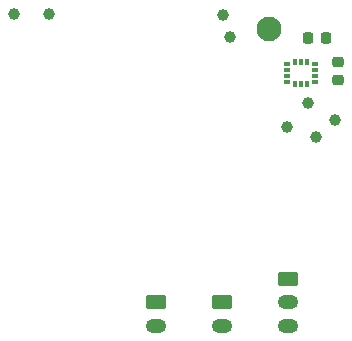
<source format=gbr>
%TF.GenerationSoftware,KiCad,Pcbnew,8.0.6*%
%TF.CreationDate,2024-11-21T01:25:50-08:00*%
%TF.ProjectId,LED20,4c454432-302e-46b6-9963-61645f706362,2*%
%TF.SameCoordinates,Original*%
%TF.FileFunction,Soldermask,Bot*%
%TF.FilePolarity,Negative*%
%FSLAX46Y46*%
G04 Gerber Fmt 4.6, Leading zero omitted, Abs format (unit mm)*
G04 Created by KiCad (PCBNEW 8.0.6) date 2024-11-21 01:25:50*
%MOMM*%
%LPD*%
G01*
G04 APERTURE LIST*
G04 Aperture macros list*
%AMRoundRect*
0 Rectangle with rounded corners*
0 $1 Rounding radius*
0 $2 $3 $4 $5 $6 $7 $8 $9 X,Y pos of 4 corners*
0 Add a 4 corners polygon primitive as box body*
4,1,4,$2,$3,$4,$5,$6,$7,$8,$9,$2,$3,0*
0 Add four circle primitives for the rounded corners*
1,1,$1+$1,$2,$3*
1,1,$1+$1,$4,$5*
1,1,$1+$1,$6,$7*
1,1,$1+$1,$8,$9*
0 Add four rect primitives between the rounded corners*
20,1,$1+$1,$2,$3,$4,$5,0*
20,1,$1+$1,$4,$5,$6,$7,0*
20,1,$1+$1,$6,$7,$8,$9,0*
20,1,$1+$1,$8,$9,$2,$3,0*%
G04 Aperture macros list end*
%ADD10RoundRect,0.250000X-0.625000X0.350000X-0.625000X-0.350000X0.625000X-0.350000X0.625000X0.350000X0*%
%ADD11O,1.750000X1.200000*%
%ADD12C,1.000000*%
%ADD13C,2.100000*%
%ADD14RoundRect,0.225000X-0.250000X0.225000X-0.250000X-0.225000X0.250000X-0.225000X0.250000X0.225000X0*%
%ADD15R,0.576580X0.351536*%
%ADD16R,0.351536X0.576580*%
%ADD17RoundRect,0.225000X0.225000X0.250000X-0.225000X0.250000X-0.225000X-0.250000X0.225000X-0.250000X0*%
G04 APERTURE END LIST*
D10*
%TO.C,U6*%
X151155921Y-88608331D03*
D11*
X151155921Y-90608331D03*
%TD*%
D10*
%TO.C,D1*%
X156733847Y-86611446D03*
D11*
X156733847Y-88611446D03*
X156733847Y-90611446D03*
%TD*%
D10*
%TO.C,U7*%
X145575412Y-88608331D03*
D11*
X145575412Y-90608331D03*
%TD*%
D12*
%TO.C,TP10*%
X160680206Y-73216858D03*
%TD*%
D13*
%TO.C,REF\u002A\u002A*%
X155137500Y-65450000D03*
%TD*%
D12*
%TO.C,TP15*%
X133558215Y-64181695D03*
%TD*%
%TO.C,TP16*%
X136473277Y-64192789D03*
%TD*%
D14*
%TO.C,C5*%
X160950275Y-68271751D03*
X160950275Y-69821751D03*
%TD*%
D15*
%TO.C,U1*%
X156639353Y-69942353D03*
X156639353Y-69442352D03*
X156639353Y-68942352D03*
X156639353Y-68442351D03*
D16*
X157349654Y-68236052D03*
X157849653Y-68236052D03*
X158349652Y-68236052D03*
D15*
X159059953Y-68442351D03*
X159059953Y-68942352D03*
X159059953Y-69442352D03*
X159059953Y-69942353D03*
D16*
X158349652Y-70148652D03*
X157849653Y-70148652D03*
X157349654Y-70148652D03*
%TD*%
D12*
%TO.C,TP7*%
X159140756Y-74664675D03*
%TD*%
%TO.C,TP13*%
X151857879Y-66189222D03*
%TD*%
%TO.C,TP14*%
X151241689Y-64264802D03*
%TD*%
%TO.C,TP4*%
X156608313Y-73814663D03*
%TD*%
%TO.C,TP6*%
X158430138Y-71791608D03*
%TD*%
D17*
%TO.C,C4*%
X158417930Y-66285353D03*
X159967930Y-66285353D03*
%TD*%
M02*

</source>
